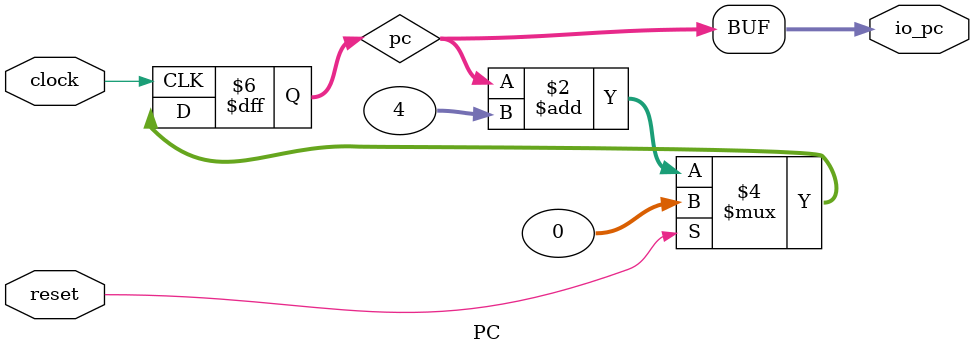
<source format=v>
module PC(
  input         clock,
                reset,
  output [31:0] io_pc
);

  reg [31:0] pc;
  always @(posedge clock) begin
    if (reset)
      pc <= 32'h0;
    else
      pc <= pc + 32'h4;
  end // always @(posedge)
  assign io_pc = pc;
endmodule
</source>
